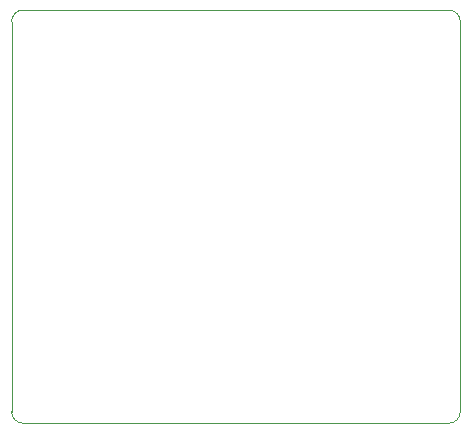
<source format=gbr>
G04 #@! TF.GenerationSoftware,KiCad,Pcbnew,(5.1.10)-1*
G04 #@! TF.CreationDate,2021-08-19T16:08:58+09:00*
G04 #@! TF.ProjectId,cat_toilet,6361745f-746f-4696-9c65-742e6b696361,rev?*
G04 #@! TF.SameCoordinates,Original*
G04 #@! TF.FileFunction,Profile,NP*
%FSLAX46Y46*%
G04 Gerber Fmt 4.6, Leading zero omitted, Abs format (unit mm)*
G04 Created by KiCad (PCBNEW (5.1.10)-1) date 2021-08-19 16:08:58*
%MOMM*%
%LPD*%
G01*
G04 APERTURE LIST*
G04 #@! TA.AperFunction,Profile*
%ADD10C,0.050000*%
G04 #@! TD*
G04 APERTURE END LIST*
D10*
X38000000Y-1000000D02*
X38000000Y-34000000D01*
X1000000Y0D02*
X37000000Y0D01*
X0Y-34000000D02*
X0Y-1000000D01*
X37000000Y-35000000D02*
X1000000Y-35000000D01*
X38000000Y-34000000D02*
G75*
G02*
X37000000Y-35000000I-1000000J0D01*
G01*
X1000000Y-35000000D02*
G75*
G02*
X0Y-34000000I0J1000000D01*
G01*
X0Y-1000000D02*
G75*
G02*
X1000000Y0I1000000J0D01*
G01*
X37000000Y0D02*
G75*
G02*
X38000000Y-1000000I0J-1000000D01*
G01*
M02*

</source>
